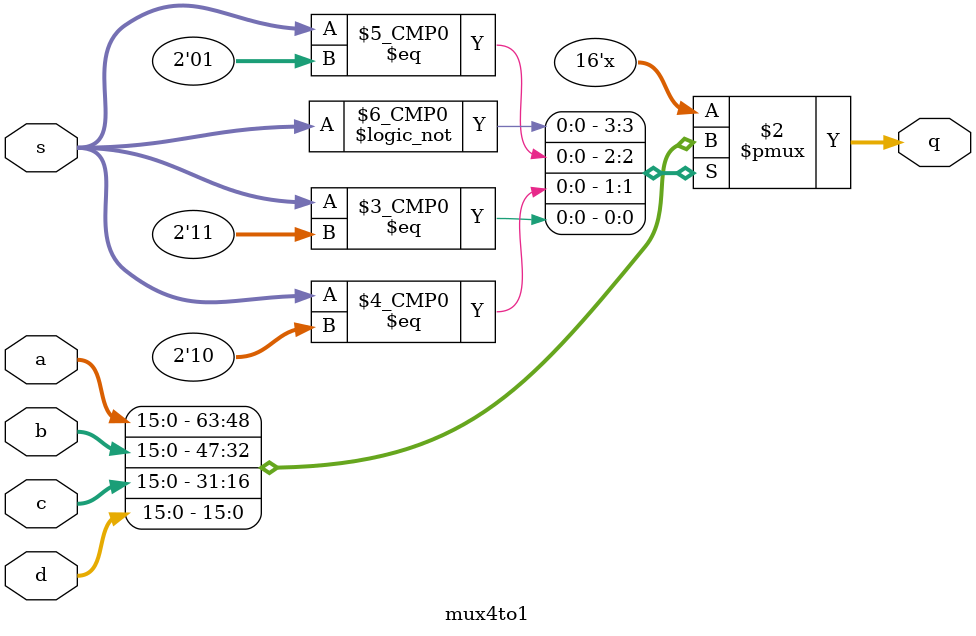
<source format=v>
module mux2to1 
    #(parameter WIDTH=16)
    (a, b, s, q);
    input [WIDTH-1:0] a, b;
    input s;
    output reg [WIDTH-1:0] q;

    always @(a,b,s) begin
        if (s) q = b;
        else   q = a;
    end

endmodule

module mux4to1
    #(parameter WIDTH=16)
    (a, b, c, d, s, q);
    input [WIDTH-1:0] a, b, c, d;
    input [1:0] s;
    output reg [WIDTH-1:0] q;

    always @(a,b,c,d,s) begin
        case(s)
            0: q = a;
            1: q = b;
            2: q = c;
            3: q = d;
        endcase
    end
    
endmodule
</source>
